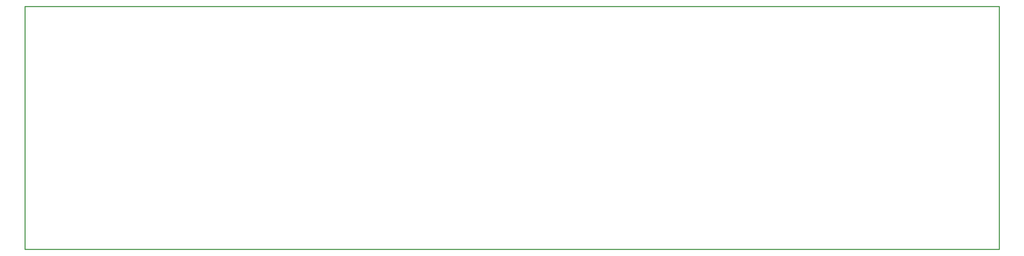
<source format=gbr>
G75*
G70*
%OFA0B0*%
%FSLAX24Y24*%
%IPPOS*%
%LPD*%
%AMOC8*
5,1,8,0,0,1.08239X$1,22.5*
%
%ADD10C,0.0160*%
D10*
X012609Y000181D02*
X012609Y040181D01*
X172609Y040181D01*
X172609Y000181D01*
X012609Y000181D01*
M02*

</source>
